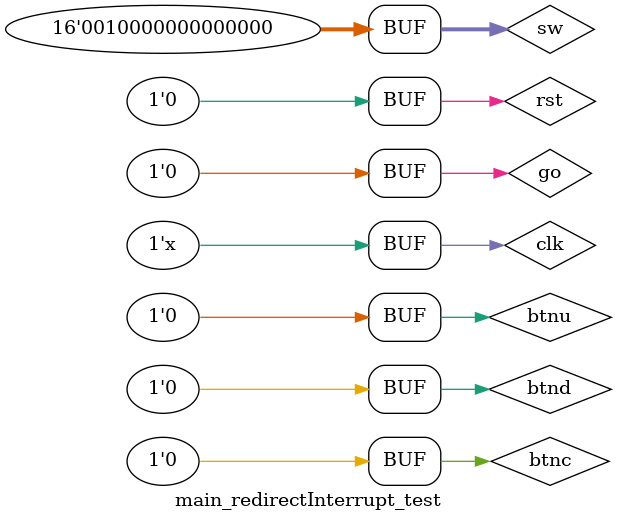
<source format=v>
`timescale 1ns / 1ps
`include "MIPS-1.vh"


module main_redirectInterrupt_test();
    reg         clk, rst, go;
    wire[7:0]   an, seg;
    wire[15:0] led;
    reg[15:0]   sw;
    wire            led16_b, led16_g, led16_r, led17_b, led17_g, led17_r;
    
    reg btnu=0;
    reg btnc=0;
    reg btnd=0;
    
    MainRedirectInterrupt main_redirect(
        .clk(clk),
        .an(an),
        .seg(seg),
        .btnl(rst),
        .btnr(go),
        .btnc(btnc),
        .btnu(btnu),
        .btnd(btnd),
        .sw(sw),
        .led(led),
        .led16_b(led16_b),
        .led16_g(led16_g),
        .led16_r(led16_r),
        .led17_b(led17_b),
        .led17_g(led17_g),
        .led17_r(led17_r)
    );

    initial
        begin
            rst = 1;
            clk = 0;
            go = 0;
            btnc = 0;
            #50 rst<=0;
          
            sw[15:0] = 'b0;
            #1000
            btnc=1;
            #12 btnc=0;
            #100
            sw[15] = 0;
            sw[14] = 1;
            #100
            sw[14] = 0;
            sw[13] = 1;
            
        end
        
    always
        #5 clk = ~clk;
    
endmodule

</source>
